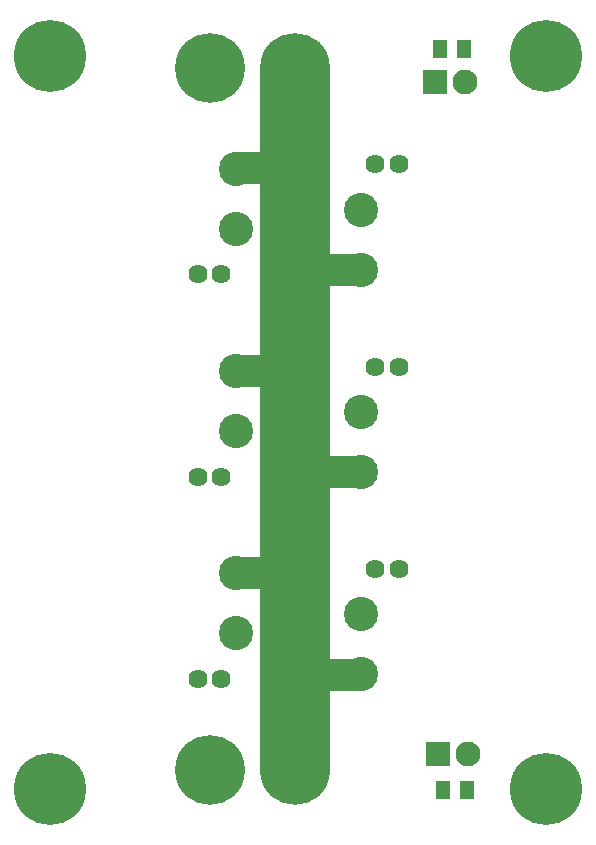
<source format=gts>
G04 Layer: TopSolderMaskLayer*
G04 EasyEDA Pro v2.2.32.3, 2024-11-26 15:57:28*
G04 Gerber Generator version 0.3*
G04 Scale: 100 percent, Rotated: No, Reflected: No*
G04 Dimensions in millimeters*
G04 Leading zeros omitted, absolute positions, 3 integers and 5 decimals*
%FSLAX35Y35*%
%MOMM*%
%AMRoundRect*1,1,$1,$2,$3*1,1,$1,$4,$5*1,1,$1,0-$2,0-$3*1,1,$1,0-$4,0-$5*20,1,$1,$2,$3,$4,$5,0*20,1,$1,$4,$5,0-$2,0-$3,0*20,1,$1,0-$2,0-$3,0-$4,0-$5,0*20,1,$1,0-$4,0-$5,$2,$3,0*4,1,4,$2,$3,$4,$5,0-$2,0-$3,0-$4,0-$5,$2,$3,0*%
%ADD10C,6.102*%
%ADD11RoundRect,0.09728X-1.00236X1.00236X1.00236X1.00236*%
%ADD12C,2.102*%
%ADD13C,2.89999*%
%ADD14C,1.624*%
%ADD15C,5.89999*%
%ADD16RoundRect,0.09387X0.57013X-0.69237X-0.57013X-0.69237*%
G75*


G04 Rect Start*
G36*
G01X7484600Y455300D02*
G01X7484600Y6443240D01*
G01X8076440Y6443240D01*
G01X8076440Y455300D01*
G01X7484600Y455300D01*
G37*
G36*
G01X7281045Y3738472D02*
G01X7281045Y4009932D01*
G01X7587315Y4009932D01*
G01X7587315Y3738472D01*
G01X7281045Y3738472D01*
G37*
G36*
G01X8031049Y2884059D02*
G01X8031049Y3155519D01*
G01X8337319Y3155519D01*
G01X8337319Y2884059D01*
G01X8031049Y2884059D01*
G37*
G36*
G01X7279305Y2027907D02*
G01X7279305Y2299366D01*
G01X7585575Y2299366D01*
G01X7585575Y2027907D01*
G01X7279305Y2027907D01*
G37*
G36*
G01X8025828Y1171754D02*
G01X8025828Y1443214D01*
G01X8332098Y1443214D01*
G01X8332098Y1171754D01*
G01X8025828Y1171754D01*
G37*
G36*
G01X8041490Y4596364D02*
G01X8041490Y4867824D01*
G01X8347760Y4867824D01*
G01X8347760Y4596364D01*
G01X8041490Y4596364D01*
G37*
G36*
G01X7280320Y5460420D02*
G01X7280320Y5731880D01*
G01X7586590Y5731880D01*
G01X7586590Y5460420D01*
G01X7280320Y5460420D01*
G37*
G04 Rect End*

G04 Pad Start*
G54D10*
G01X5707243Y6541859D03*
G01X5708294Y339949D03*
G01X9907947Y342523D03*
G01X9906884Y6542427D03*
G54D11*
G01X8966167Y6322543D03*
G54D12*
G01X9220167Y6322543D03*
G54D13*
G01X8337461Y4733039D03*
G01X8337461Y5241039D03*
G54D14*
G01X8460473Y5626052D03*
G01X8660473Y5626052D03*
G54D15*
G01X7060645Y6440219D03*
G01X7780633Y6440219D03*
G54D13*
G01X8337461Y3022135D03*
G01X8337461Y3530135D03*
G54D14*
G01X8460473Y3915149D03*
G01X8660473Y3915149D03*
G54D13*
G01X8337461Y1311232D03*
G01X8337461Y1819232D03*
G54D14*
G01X8460473Y2204245D03*
G01X8660473Y2204245D03*
G54D13*
G01X7279273Y3877044D03*
G01X7279273Y3369044D03*
G54D14*
G01X7156261Y2984030D03*
G01X6956261Y2984030D03*
G54D16*
G01X9008567Y6601943D03*
G01X9208567Y6601943D03*
G54D13*
G01X7279273Y2166140D03*
G01X7279273Y1658140D03*
G54D14*
G01X7156261Y1273127D03*
G01X6956261Y1273127D03*
G54D13*
G01X7279273Y5587947D03*
G01X7279273Y5079947D03*
G54D14*
G01X7156261Y4694934D03*
G01X6956261Y4694934D03*
G54D15*
G01X7062113Y503081D03*
G01X7782102Y503081D03*
G54D11*
G01X8986537Y630826D03*
G54D12*
G01X9240537Y630826D03*
G54D16*
G01X9033472Y329147D03*
G01X9233472Y329147D03*
G04 Pad End*

M02*


</source>
